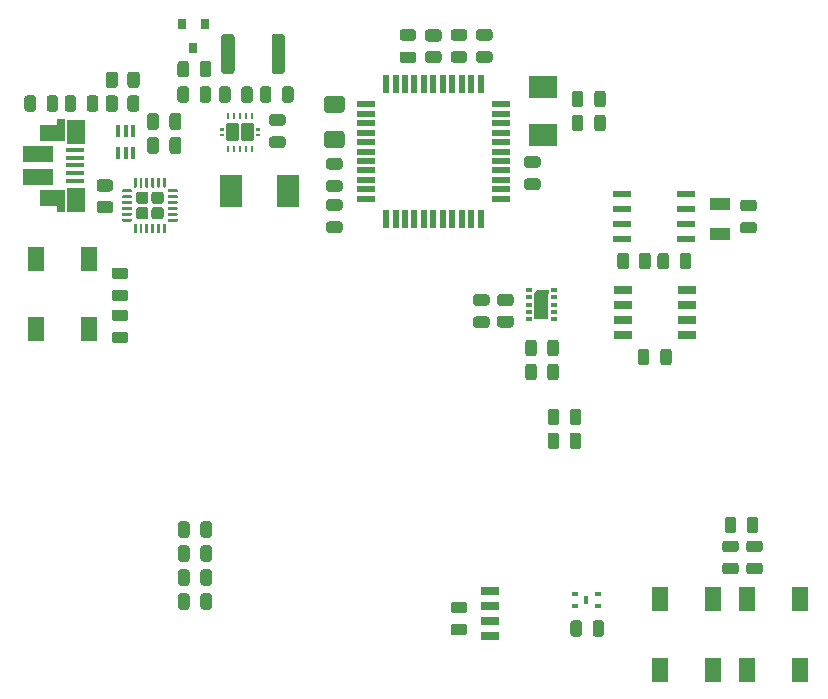
<source format=gtp>
G04 #@! TF.GenerationSoftware,KiCad,Pcbnew,(5.1.9)-1*
G04 #@! TF.CreationDate,2021-11-21T12:26:00+01:00*
G04 #@! TF.ProjectId,SmartSensor,536d6172-7453-4656-9e73-6f722e6b6963,1.3*
G04 #@! TF.SameCoordinates,Original*
G04 #@! TF.FileFunction,Paste,Top*
G04 #@! TF.FilePolarity,Positive*
%FSLAX46Y46*%
G04 Gerber Fmt 4.6, Leading zero omitted, Abs format (unit mm)*
G04 Created by KiCad (PCBNEW (5.1.9)-1) date 2021-11-21 12:26:00*
%MOMM*%
%LPD*%
G01*
G04 APERTURE LIST*
%ADD10R,1.500000X0.550000*%
%ADD11R,0.550000X1.500000*%
%ADD12R,0.400000X1.050000*%
%ADD13R,0.350000X0.800000*%
%ADD14R,0.500000X0.300000*%
%ADD15R,2.000000X1.350000*%
%ADD16R,0.700000X1.825000*%
%ADD17R,1.500000X2.000000*%
%ADD18R,1.650000X0.400000*%
%ADD19R,2.500000X1.430000*%
%ADD20R,1.903000X2.790000*%
%ADD21R,0.800000X0.900000*%
%ADD22R,0.240000X0.600000*%
%ADD23C,0.100000*%
%ADD24R,1.000000X0.300000*%
%ADD25R,1.300000X2.200000*%
%ADD26R,0.600000X0.400000*%
%ADD27R,1.550000X0.600000*%
%ADD28R,1.800000X1.000000*%
%ADD29R,1.500000X0.650000*%
%ADD30R,2.400000X1.900000*%
%ADD31R,1.600000X0.700000*%
%ADD32R,1.400000X2.100000*%
G04 APERTURE END LIST*
D10*
X204836000Y-97726000D03*
X204836000Y-96926000D03*
X204836000Y-96126000D03*
X204836000Y-95326000D03*
X204836000Y-94526000D03*
X204836000Y-93726000D03*
X204836000Y-92926000D03*
X204836000Y-92126000D03*
X204836000Y-91326000D03*
X204836000Y-90526000D03*
X204836000Y-89726000D03*
D11*
X203136000Y-88026000D03*
X202336000Y-88026000D03*
X201536000Y-88026000D03*
X200736000Y-88026000D03*
X199936000Y-88026000D03*
X199136000Y-88026000D03*
X198336000Y-88026000D03*
X197536000Y-88026000D03*
X196736000Y-88026000D03*
X195936000Y-88026000D03*
X195136000Y-88026000D03*
D10*
X193436000Y-89726000D03*
X193436000Y-90526000D03*
X193436000Y-91326000D03*
X193436000Y-92126000D03*
X193436000Y-92926000D03*
X193436000Y-93726000D03*
X193436000Y-94526000D03*
X193436000Y-95326000D03*
X193436000Y-96126000D03*
X193436000Y-96926000D03*
X193436000Y-97726000D03*
D11*
X195136000Y-99426000D03*
X195936000Y-99426000D03*
X196736000Y-99426000D03*
X197536000Y-99426000D03*
X198336000Y-99426000D03*
X199136000Y-99426000D03*
X199936000Y-99426000D03*
X200736000Y-99426000D03*
X201536000Y-99426000D03*
X202336000Y-99426000D03*
X203136000Y-99426000D03*
D12*
X173736000Y-91953000D03*
X173086000Y-91953000D03*
X172436000Y-91953000D03*
X172436000Y-93853000D03*
X173086000Y-93853000D03*
X173736000Y-93853000D03*
G36*
G01*
X226770250Y-127644500D02*
X225857750Y-127644500D01*
G75*
G02*
X225614000Y-127400750I0J243750D01*
G01*
X225614000Y-126913250D01*
G75*
G02*
X225857750Y-126669500I243750J0D01*
G01*
X226770250Y-126669500D01*
G75*
G02*
X227014000Y-126913250I0J-243750D01*
G01*
X227014000Y-127400750D01*
G75*
G02*
X226770250Y-127644500I-243750J0D01*
G01*
G37*
G36*
G01*
X226770250Y-129519500D02*
X225857750Y-129519500D01*
G75*
G02*
X225614000Y-129275750I0J243750D01*
G01*
X225614000Y-128788250D01*
G75*
G02*
X225857750Y-128544500I243750J0D01*
G01*
X226770250Y-128544500D01*
G75*
G02*
X227014000Y-128788250I0J-243750D01*
G01*
X227014000Y-129275750D01*
G75*
G02*
X226770250Y-129519500I-243750J0D01*
G01*
G37*
G36*
G01*
X191210250Y-100612000D02*
X190297750Y-100612000D01*
G75*
G02*
X190054000Y-100368250I0J243750D01*
G01*
X190054000Y-99880750D01*
G75*
G02*
X190297750Y-99637000I243750J0D01*
G01*
X191210250Y-99637000D01*
G75*
G02*
X191454000Y-99880750I0J-243750D01*
G01*
X191454000Y-100368250D01*
G75*
G02*
X191210250Y-100612000I-243750J0D01*
G01*
G37*
G36*
G01*
X191210250Y-98737000D02*
X190297750Y-98737000D01*
G75*
G02*
X190054000Y-98493250I0J243750D01*
G01*
X190054000Y-98005750D01*
G75*
G02*
X190297750Y-97762000I243750J0D01*
G01*
X191210250Y-97762000D01*
G75*
G02*
X191454000Y-98005750I0J-243750D01*
G01*
X191454000Y-98493250D01*
G75*
G02*
X191210250Y-98737000I-243750J0D01*
G01*
G37*
G36*
G01*
X187304500Y-88443750D02*
X187304500Y-89356250D01*
G75*
G02*
X187060750Y-89600000I-243750J0D01*
G01*
X186573250Y-89600000D01*
G75*
G02*
X186329500Y-89356250I0J243750D01*
G01*
X186329500Y-88443750D01*
G75*
G02*
X186573250Y-88200000I243750J0D01*
G01*
X187060750Y-88200000D01*
G75*
G02*
X187304500Y-88443750I0J-243750D01*
G01*
G37*
G36*
G01*
X185429500Y-88443750D02*
X185429500Y-89356250D01*
G75*
G02*
X185185750Y-89600000I-243750J0D01*
G01*
X184698250Y-89600000D01*
G75*
G02*
X184454500Y-89356250I0J243750D01*
G01*
X184454500Y-88443750D01*
G75*
G02*
X184698250Y-88200000I243750J0D01*
G01*
X185185750Y-88200000D01*
G75*
G02*
X185429500Y-88443750I0J-243750D01*
G01*
G37*
G36*
G01*
X178444500Y-88443750D02*
X178444500Y-89356250D01*
G75*
G02*
X178200750Y-89600000I-243750J0D01*
G01*
X177713250Y-89600000D01*
G75*
G02*
X177469500Y-89356250I0J243750D01*
G01*
X177469500Y-88443750D01*
G75*
G02*
X177713250Y-88200000I243750J0D01*
G01*
X178200750Y-88200000D01*
G75*
G02*
X178444500Y-88443750I0J-243750D01*
G01*
G37*
G36*
G01*
X180319500Y-88443750D02*
X180319500Y-89356250D01*
G75*
G02*
X180075750Y-89600000I-243750J0D01*
G01*
X179588250Y-89600000D01*
G75*
G02*
X179344500Y-89356250I0J243750D01*
G01*
X179344500Y-88443750D01*
G75*
G02*
X179588250Y-88200000I243750J0D01*
G01*
X180075750Y-88200000D01*
G75*
G02*
X180319500Y-88443750I0J-243750D01*
G01*
G37*
G36*
G01*
X180995500Y-89356250D02*
X180995500Y-88443750D01*
G75*
G02*
X181239250Y-88200000I243750J0D01*
G01*
X181726750Y-88200000D01*
G75*
G02*
X181970500Y-88443750I0J-243750D01*
G01*
X181970500Y-89356250D01*
G75*
G02*
X181726750Y-89600000I-243750J0D01*
G01*
X181239250Y-89600000D01*
G75*
G02*
X180995500Y-89356250I0J243750D01*
G01*
G37*
G36*
G01*
X182870500Y-89356250D02*
X182870500Y-88443750D01*
G75*
G02*
X183114250Y-88200000I243750J0D01*
G01*
X183601750Y-88200000D01*
G75*
G02*
X183845500Y-88443750I0J-243750D01*
G01*
X183845500Y-89356250D01*
G75*
G02*
X183601750Y-89600000I-243750J0D01*
G01*
X183114250Y-89600000D01*
G75*
G02*
X182870500Y-89356250I0J243750D01*
G01*
G37*
G36*
G01*
X207878500Y-109906750D02*
X207878500Y-110819250D01*
G75*
G02*
X207634750Y-111063000I-243750J0D01*
G01*
X207147250Y-111063000D01*
G75*
G02*
X206903500Y-110819250I0J243750D01*
G01*
X206903500Y-109906750D01*
G75*
G02*
X207147250Y-109663000I243750J0D01*
G01*
X207634750Y-109663000D01*
G75*
G02*
X207878500Y-109906750I0J-243750D01*
G01*
G37*
G36*
G01*
X209753500Y-109906750D02*
X209753500Y-110819250D01*
G75*
G02*
X209509750Y-111063000I-243750J0D01*
G01*
X209022250Y-111063000D01*
G75*
G02*
X208778500Y-110819250I0J243750D01*
G01*
X208778500Y-109906750D01*
G75*
G02*
X209022250Y-109663000I243750J0D01*
G01*
X209509750Y-109663000D01*
G75*
G02*
X209753500Y-109906750I0J-243750D01*
G01*
G37*
G36*
G01*
X209753500Y-111938750D02*
X209753500Y-112851250D01*
G75*
G02*
X209509750Y-113095000I-243750J0D01*
G01*
X209022250Y-113095000D01*
G75*
G02*
X208778500Y-112851250I0J243750D01*
G01*
X208778500Y-111938750D01*
G75*
G02*
X209022250Y-111695000I243750J0D01*
G01*
X209509750Y-111695000D01*
G75*
G02*
X209753500Y-111938750I0J-243750D01*
G01*
G37*
G36*
G01*
X207878500Y-111938750D02*
X207878500Y-112851250D01*
G75*
G02*
X207634750Y-113095000I-243750J0D01*
G01*
X207147250Y-113095000D01*
G75*
G02*
X206903500Y-112851250I0J243750D01*
G01*
X206903500Y-111938750D01*
G75*
G02*
X207147250Y-111695000I243750J0D01*
G01*
X207634750Y-111695000D01*
G75*
G02*
X207878500Y-111938750I0J-243750D01*
G01*
G37*
G36*
G01*
X211718500Y-133655750D02*
X211718500Y-134568250D01*
G75*
G02*
X211474750Y-134812000I-243750J0D01*
G01*
X210987250Y-134812000D01*
G75*
G02*
X210743500Y-134568250I0J243750D01*
G01*
X210743500Y-133655750D01*
G75*
G02*
X210987250Y-133412000I243750J0D01*
G01*
X211474750Y-133412000D01*
G75*
G02*
X211718500Y-133655750I0J-243750D01*
G01*
G37*
G36*
G01*
X213593500Y-133655750D02*
X213593500Y-134568250D01*
G75*
G02*
X213349750Y-134812000I-243750J0D01*
G01*
X212862250Y-134812000D01*
G75*
G02*
X212618500Y-134568250I0J243750D01*
G01*
X212618500Y-133655750D01*
G75*
G02*
X212862250Y-133412000I243750J0D01*
G01*
X213349750Y-133412000D01*
G75*
G02*
X213593500Y-133655750I0J-243750D01*
G01*
G37*
G36*
G01*
X200838750Y-133721500D02*
X201751250Y-133721500D01*
G75*
G02*
X201995000Y-133965250I0J-243750D01*
G01*
X201995000Y-134452750D01*
G75*
G02*
X201751250Y-134696500I-243750J0D01*
G01*
X200838750Y-134696500D01*
G75*
G02*
X200595000Y-134452750I0J243750D01*
G01*
X200595000Y-133965250D01*
G75*
G02*
X200838750Y-133721500I243750J0D01*
G01*
G37*
G36*
G01*
X200838750Y-131846500D02*
X201751250Y-131846500D01*
G75*
G02*
X201995000Y-132090250I0J-243750D01*
G01*
X201995000Y-132577750D01*
G75*
G02*
X201751250Y-132821500I-243750J0D01*
G01*
X200838750Y-132821500D01*
G75*
G02*
X200595000Y-132577750I0J243750D01*
G01*
X200595000Y-132090250D01*
G75*
G02*
X200838750Y-131846500I243750J0D01*
G01*
G37*
G36*
G01*
X212745500Y-89737250D02*
X212745500Y-88824750D01*
G75*
G02*
X212989250Y-88581000I243750J0D01*
G01*
X213476750Y-88581000D01*
G75*
G02*
X213720500Y-88824750I0J-243750D01*
G01*
X213720500Y-89737250D01*
G75*
G02*
X213476750Y-89981000I-243750J0D01*
G01*
X212989250Y-89981000D01*
G75*
G02*
X212745500Y-89737250I0J243750D01*
G01*
G37*
G36*
G01*
X210870500Y-89737250D02*
X210870500Y-88824750D01*
G75*
G02*
X211114250Y-88581000I243750J0D01*
G01*
X211601750Y-88581000D01*
G75*
G02*
X211845500Y-88824750I0J-243750D01*
G01*
X211845500Y-89737250D01*
G75*
G02*
X211601750Y-89981000I-243750J0D01*
G01*
X211114250Y-89981000D01*
G75*
G02*
X210870500Y-89737250I0J243750D01*
G01*
G37*
G36*
G01*
X223794500Y-125805250D02*
X223794500Y-124892750D01*
G75*
G02*
X224038250Y-124649000I243750J0D01*
G01*
X224525750Y-124649000D01*
G75*
G02*
X224769500Y-124892750I0J-243750D01*
G01*
X224769500Y-125805250D01*
G75*
G02*
X224525750Y-126049000I-243750J0D01*
G01*
X224038250Y-126049000D01*
G75*
G02*
X223794500Y-125805250I0J243750D01*
G01*
G37*
G36*
G01*
X225669500Y-125805250D02*
X225669500Y-124892750D01*
G75*
G02*
X225913250Y-124649000I243750J0D01*
G01*
X226400750Y-124649000D01*
G75*
G02*
X226644500Y-124892750I0J-243750D01*
G01*
X226644500Y-125805250D01*
G75*
G02*
X226400750Y-126049000I-243750J0D01*
G01*
X225913250Y-126049000D01*
G75*
G02*
X225669500Y-125805250I0J243750D01*
G01*
G37*
G36*
G01*
X210870500Y-91769250D02*
X210870500Y-90856750D01*
G75*
G02*
X211114250Y-90613000I243750J0D01*
G01*
X211601750Y-90613000D01*
G75*
G02*
X211845500Y-90856750I0J-243750D01*
G01*
X211845500Y-91769250D01*
G75*
G02*
X211601750Y-92013000I-243750J0D01*
G01*
X211114250Y-92013000D01*
G75*
G02*
X210870500Y-91769250I0J243750D01*
G01*
G37*
G36*
G01*
X212745500Y-91769250D02*
X212745500Y-90856750D01*
G75*
G02*
X212989250Y-90613000I243750J0D01*
G01*
X213476750Y-90613000D01*
G75*
G02*
X213720500Y-90856750I0J-243750D01*
G01*
X213720500Y-91769250D01*
G75*
G02*
X213476750Y-92013000I-243750J0D01*
G01*
X212989250Y-92013000D01*
G75*
G02*
X212745500Y-91769250I0J243750D01*
G01*
G37*
G36*
G01*
X207061750Y-94127500D02*
X207974250Y-94127500D01*
G75*
G02*
X208218000Y-94371250I0J-243750D01*
G01*
X208218000Y-94858750D01*
G75*
G02*
X207974250Y-95102500I-243750J0D01*
G01*
X207061750Y-95102500D01*
G75*
G02*
X206818000Y-94858750I0J243750D01*
G01*
X206818000Y-94371250D01*
G75*
G02*
X207061750Y-94127500I243750J0D01*
G01*
G37*
G36*
G01*
X207061750Y-96002500D02*
X207974250Y-96002500D01*
G75*
G02*
X208218000Y-96246250I0J-243750D01*
G01*
X208218000Y-96733750D01*
G75*
G02*
X207974250Y-96977500I-243750J0D01*
G01*
X207061750Y-96977500D01*
G75*
G02*
X206818000Y-96733750I0J243750D01*
G01*
X206818000Y-96246250D01*
G75*
G02*
X207061750Y-96002500I243750J0D01*
G01*
G37*
G36*
G01*
X190297750Y-96159500D02*
X191210250Y-96159500D01*
G75*
G02*
X191454000Y-96403250I0J-243750D01*
G01*
X191454000Y-96890750D01*
G75*
G02*
X191210250Y-97134500I-243750J0D01*
G01*
X190297750Y-97134500D01*
G75*
G02*
X190054000Y-96890750I0J243750D01*
G01*
X190054000Y-96403250D01*
G75*
G02*
X190297750Y-96159500I243750J0D01*
G01*
G37*
G36*
G01*
X190297750Y-94284500D02*
X191210250Y-94284500D01*
G75*
G02*
X191454000Y-94528250I0J-243750D01*
G01*
X191454000Y-95015750D01*
G75*
G02*
X191210250Y-95259500I-243750J0D01*
G01*
X190297750Y-95259500D01*
G75*
G02*
X190054000Y-95015750I0J243750D01*
G01*
X190054000Y-94528250D01*
G75*
G02*
X190297750Y-94284500I243750J0D01*
G01*
G37*
G36*
G01*
X219984500Y-103453250D02*
X219984500Y-102540750D01*
G75*
G02*
X220228250Y-102297000I243750J0D01*
G01*
X220715750Y-102297000D01*
G75*
G02*
X220959500Y-102540750I0J-243750D01*
G01*
X220959500Y-103453250D01*
G75*
G02*
X220715750Y-103697000I-243750J0D01*
G01*
X220228250Y-103697000D01*
G75*
G02*
X219984500Y-103453250I0J243750D01*
G01*
G37*
G36*
G01*
X218109500Y-103453250D02*
X218109500Y-102540750D01*
G75*
G02*
X218353250Y-102297000I243750J0D01*
G01*
X218840750Y-102297000D01*
G75*
G02*
X219084500Y-102540750I0J-243750D01*
G01*
X219084500Y-103453250D01*
G75*
G02*
X218840750Y-103697000I-243750J0D01*
G01*
X218353250Y-103697000D01*
G75*
G02*
X218109500Y-103453250I0J243750D01*
G01*
G37*
G36*
G01*
X179408000Y-130250250D02*
X179408000Y-129337750D01*
G75*
G02*
X179651750Y-129094000I243750J0D01*
G01*
X180139250Y-129094000D01*
G75*
G02*
X180383000Y-129337750I0J-243750D01*
G01*
X180383000Y-130250250D01*
G75*
G02*
X180139250Y-130494000I-243750J0D01*
G01*
X179651750Y-130494000D01*
G75*
G02*
X179408000Y-130250250I0J243750D01*
G01*
G37*
G36*
G01*
X177533000Y-130250250D02*
X177533000Y-129337750D01*
G75*
G02*
X177776750Y-129094000I243750J0D01*
G01*
X178264250Y-129094000D01*
G75*
G02*
X178508000Y-129337750I0J-243750D01*
G01*
X178508000Y-130250250D01*
G75*
G02*
X178264250Y-130494000I-243750J0D01*
G01*
X177776750Y-130494000D01*
G75*
G02*
X177533000Y-130250250I0J243750D01*
G01*
G37*
G36*
G01*
X177533000Y-128218250D02*
X177533000Y-127305750D01*
G75*
G02*
X177776750Y-127062000I243750J0D01*
G01*
X178264250Y-127062000D01*
G75*
G02*
X178508000Y-127305750I0J-243750D01*
G01*
X178508000Y-128218250D01*
G75*
G02*
X178264250Y-128462000I-243750J0D01*
G01*
X177776750Y-128462000D01*
G75*
G02*
X177533000Y-128218250I0J243750D01*
G01*
G37*
G36*
G01*
X179408000Y-128218250D02*
X179408000Y-127305750D01*
G75*
G02*
X179651750Y-127062000I243750J0D01*
G01*
X180139250Y-127062000D01*
G75*
G02*
X180383000Y-127305750I0J-243750D01*
G01*
X180383000Y-128218250D01*
G75*
G02*
X180139250Y-128462000I-243750J0D01*
G01*
X179651750Y-128462000D01*
G75*
G02*
X179408000Y-128218250I0J243750D01*
G01*
G37*
G36*
G01*
X177533000Y-126186250D02*
X177533000Y-125273750D01*
G75*
G02*
X177776750Y-125030000I243750J0D01*
G01*
X178264250Y-125030000D01*
G75*
G02*
X178508000Y-125273750I0J-243750D01*
G01*
X178508000Y-126186250D01*
G75*
G02*
X178264250Y-126430000I-243750J0D01*
G01*
X177776750Y-126430000D01*
G75*
G02*
X177533000Y-126186250I0J243750D01*
G01*
G37*
G36*
G01*
X179408000Y-126186250D02*
X179408000Y-125273750D01*
G75*
G02*
X179651750Y-125030000I243750J0D01*
G01*
X180139250Y-125030000D01*
G75*
G02*
X180383000Y-125273750I0J-243750D01*
G01*
X180383000Y-126186250D01*
G75*
G02*
X180139250Y-126430000I-243750J0D01*
G01*
X179651750Y-126430000D01*
G75*
G02*
X179408000Y-126186250I0J243750D01*
G01*
G37*
G36*
G01*
X178444500Y-86284750D02*
X178444500Y-87197250D01*
G75*
G02*
X178200750Y-87441000I-243750J0D01*
G01*
X177713250Y-87441000D01*
G75*
G02*
X177469500Y-87197250I0J243750D01*
G01*
X177469500Y-86284750D01*
G75*
G02*
X177713250Y-86041000I243750J0D01*
G01*
X178200750Y-86041000D01*
G75*
G02*
X178444500Y-86284750I0J-243750D01*
G01*
G37*
G36*
G01*
X180319500Y-86284750D02*
X180319500Y-87197250D01*
G75*
G02*
X180075750Y-87441000I-243750J0D01*
G01*
X179588250Y-87441000D01*
G75*
G02*
X179344500Y-87197250I0J243750D01*
G01*
X179344500Y-86284750D01*
G75*
G02*
X179588250Y-86041000I243750J0D01*
G01*
X180075750Y-86041000D01*
G75*
G02*
X180319500Y-86284750I0J-243750D01*
G01*
G37*
G36*
G01*
X224738250Y-129519500D02*
X223825750Y-129519500D01*
G75*
G02*
X223582000Y-129275750I0J243750D01*
G01*
X223582000Y-128788250D01*
G75*
G02*
X223825750Y-128544500I243750J0D01*
G01*
X224738250Y-128544500D01*
G75*
G02*
X224982000Y-128788250I0J-243750D01*
G01*
X224982000Y-129275750D01*
G75*
G02*
X224738250Y-129519500I-243750J0D01*
G01*
G37*
G36*
G01*
X224738250Y-127644500D02*
X223825750Y-127644500D01*
G75*
G02*
X223582000Y-127400750I0J243750D01*
G01*
X223582000Y-126913250D01*
G75*
G02*
X223825750Y-126669500I243750J0D01*
G01*
X224738250Y-126669500D01*
G75*
G02*
X224982000Y-126913250I0J-243750D01*
G01*
X224982000Y-127400750D01*
G75*
G02*
X224738250Y-127644500I-243750J0D01*
G01*
G37*
G36*
G01*
X203910250Y-84337500D02*
X202997750Y-84337500D01*
G75*
G02*
X202754000Y-84093750I0J243750D01*
G01*
X202754000Y-83606250D01*
G75*
G02*
X202997750Y-83362500I243750J0D01*
G01*
X203910250Y-83362500D01*
G75*
G02*
X204154000Y-83606250I0J-243750D01*
G01*
X204154000Y-84093750D01*
G75*
G02*
X203910250Y-84337500I-243750J0D01*
G01*
G37*
G36*
G01*
X203910250Y-86212500D02*
X202997750Y-86212500D01*
G75*
G02*
X202754000Y-85968750I0J243750D01*
G01*
X202754000Y-85481250D01*
G75*
G02*
X202997750Y-85237500I243750J0D01*
G01*
X203910250Y-85237500D01*
G75*
G02*
X204154000Y-85481250I0J-243750D01*
G01*
X204154000Y-85968750D01*
G75*
G02*
X203910250Y-86212500I-243750J0D01*
G01*
G37*
G36*
G01*
X172136750Y-103555500D02*
X173049250Y-103555500D01*
G75*
G02*
X173293000Y-103799250I0J-243750D01*
G01*
X173293000Y-104286750D01*
G75*
G02*
X173049250Y-104530500I-243750J0D01*
G01*
X172136750Y-104530500D01*
G75*
G02*
X171893000Y-104286750I0J243750D01*
G01*
X171893000Y-103799250D01*
G75*
G02*
X172136750Y-103555500I243750J0D01*
G01*
G37*
G36*
G01*
X172136750Y-105430500D02*
X173049250Y-105430500D01*
G75*
G02*
X173293000Y-105674250I0J-243750D01*
G01*
X173293000Y-106161750D01*
G75*
G02*
X173049250Y-106405500I-243750J0D01*
G01*
X172136750Y-106405500D01*
G75*
G02*
X171893000Y-106161750I0J243750D01*
G01*
X171893000Y-105674250D01*
G75*
G02*
X172136750Y-105430500I243750J0D01*
G01*
G37*
G36*
G01*
X225349750Y-97810500D02*
X226262250Y-97810500D01*
G75*
G02*
X226506000Y-98054250I0J-243750D01*
G01*
X226506000Y-98541750D01*
G75*
G02*
X226262250Y-98785500I-243750J0D01*
G01*
X225349750Y-98785500D01*
G75*
G02*
X225106000Y-98541750I0J243750D01*
G01*
X225106000Y-98054250D01*
G75*
G02*
X225349750Y-97810500I243750J0D01*
G01*
G37*
G36*
G01*
X225349750Y-99685500D02*
X226262250Y-99685500D01*
G75*
G02*
X226506000Y-99929250I0J-243750D01*
G01*
X226506000Y-100416750D01*
G75*
G02*
X226262250Y-100660500I-243750J0D01*
G01*
X225349750Y-100660500D01*
G75*
G02*
X225106000Y-100416750I0J243750D01*
G01*
X225106000Y-99929250D01*
G75*
G02*
X225349750Y-99685500I243750J0D01*
G01*
G37*
G36*
G01*
X186574500Y-84020997D02*
X186574500Y-86921003D01*
G75*
G02*
X186324503Y-87171000I-249997J0D01*
G01*
X185699497Y-87171000D01*
G75*
G02*
X185449500Y-86921003I0J249997D01*
G01*
X185449500Y-84020997D01*
G75*
G02*
X185699497Y-83771000I249997J0D01*
G01*
X186324503Y-83771000D01*
G75*
G02*
X186574500Y-84020997I0J-249997D01*
G01*
G37*
G36*
G01*
X182299500Y-84020997D02*
X182299500Y-86921003D01*
G75*
G02*
X182049503Y-87171000I-249997J0D01*
G01*
X181424497Y-87171000D01*
G75*
G02*
X181174500Y-86921003I0J249997D01*
G01*
X181174500Y-84020997D01*
G75*
G02*
X181424497Y-83771000I249997J0D01*
G01*
X182049503Y-83771000D01*
G75*
G02*
X182299500Y-84020997I0J-249997D01*
G01*
G37*
D13*
X212090000Y-131699000D03*
D14*
X211140000Y-132174000D03*
X213040000Y-131224000D03*
X213040000Y-132174000D03*
X211140000Y-131224000D03*
D15*
X166840000Y-97640000D03*
X166840000Y-92160000D03*
D16*
X167590000Y-91940000D03*
X167590000Y-97890000D03*
D17*
X168890000Y-92040000D03*
X168910000Y-97790000D03*
D18*
X168790000Y-93590000D03*
X168790000Y-94240000D03*
X168790000Y-94890000D03*
X168790000Y-95540000D03*
X168790000Y-96190000D03*
D19*
X165640000Y-93930000D03*
X165640000Y-95850000D03*
D20*
X186844000Y-97028000D03*
X181991000Y-97028000D03*
G36*
G01*
X190129000Y-89022500D02*
X191379000Y-89022500D01*
G75*
G02*
X191629000Y-89272500I0J-250000D01*
G01*
X191629000Y-90197500D01*
G75*
G02*
X191379000Y-90447500I-250000J0D01*
G01*
X190129000Y-90447500D01*
G75*
G02*
X189879000Y-90197500I0J250000D01*
G01*
X189879000Y-89272500D01*
G75*
G02*
X190129000Y-89022500I250000J0D01*
G01*
G37*
G36*
G01*
X190129000Y-91997500D02*
X191379000Y-91997500D01*
G75*
G02*
X191629000Y-92247500I0J-250000D01*
G01*
X191629000Y-93172500D01*
G75*
G02*
X191379000Y-93422500I-250000J0D01*
G01*
X190129000Y-93422500D01*
G75*
G02*
X189879000Y-93172500I0J250000D01*
G01*
X189879000Y-92247500D01*
G75*
G02*
X190129000Y-91997500I250000J0D01*
G01*
G37*
D21*
X178816000Y-84947000D03*
X177866000Y-82947000D03*
X179766000Y-82947000D03*
G36*
G01*
X169789500Y-90118250D02*
X169789500Y-89205750D01*
G75*
G02*
X170033250Y-88962000I243750J0D01*
G01*
X170520750Y-88962000D01*
G75*
G02*
X170764500Y-89205750I0J-243750D01*
G01*
X170764500Y-90118250D01*
G75*
G02*
X170520750Y-90362000I-243750J0D01*
G01*
X170033250Y-90362000D01*
G75*
G02*
X169789500Y-90118250I0J243750D01*
G01*
G37*
G36*
G01*
X167914500Y-90118250D02*
X167914500Y-89205750D01*
G75*
G02*
X168158250Y-88962000I243750J0D01*
G01*
X168645750Y-88962000D01*
G75*
G02*
X168889500Y-89205750I0J-243750D01*
G01*
X168889500Y-90118250D01*
G75*
G02*
X168645750Y-90362000I-243750J0D01*
G01*
X168158250Y-90362000D01*
G75*
G02*
X167914500Y-90118250I0J243750D01*
G01*
G37*
G36*
G01*
X164515500Y-90118250D02*
X164515500Y-89205750D01*
G75*
G02*
X164759250Y-88962000I243750J0D01*
G01*
X165246750Y-88962000D01*
G75*
G02*
X165490500Y-89205750I0J-243750D01*
G01*
X165490500Y-90118250D01*
G75*
G02*
X165246750Y-90362000I-243750J0D01*
G01*
X164759250Y-90362000D01*
G75*
G02*
X164515500Y-90118250I0J243750D01*
G01*
G37*
G36*
G01*
X166390500Y-90118250D02*
X166390500Y-89205750D01*
G75*
G02*
X166634250Y-88962000I243750J0D01*
G01*
X167121750Y-88962000D01*
G75*
G02*
X167365500Y-89205750I0J-243750D01*
G01*
X167365500Y-90118250D01*
G75*
G02*
X167121750Y-90362000I-243750J0D01*
G01*
X166634250Y-90362000D01*
G75*
G02*
X166390500Y-90118250I0J243750D01*
G01*
G37*
G36*
G01*
X185471750Y-92446500D02*
X186384250Y-92446500D01*
G75*
G02*
X186628000Y-92690250I0J-243750D01*
G01*
X186628000Y-93177750D01*
G75*
G02*
X186384250Y-93421500I-243750J0D01*
G01*
X185471750Y-93421500D01*
G75*
G02*
X185228000Y-93177750I0J243750D01*
G01*
X185228000Y-92690250D01*
G75*
G02*
X185471750Y-92446500I243750J0D01*
G01*
G37*
G36*
G01*
X185471750Y-90571500D02*
X186384250Y-90571500D01*
G75*
G02*
X186628000Y-90815250I0J-243750D01*
G01*
X186628000Y-91302750D01*
G75*
G02*
X186384250Y-91546500I-243750J0D01*
G01*
X185471750Y-91546500D01*
G75*
G02*
X185228000Y-91302750I0J243750D01*
G01*
X185228000Y-90815250D01*
G75*
G02*
X185471750Y-90571500I243750J0D01*
G01*
G37*
G36*
G01*
X208808500Y-116661250D02*
X208808500Y-115748750D01*
G75*
G02*
X209052250Y-115505000I243750J0D01*
G01*
X209539750Y-115505000D01*
G75*
G02*
X209783500Y-115748750I0J-243750D01*
G01*
X209783500Y-116661250D01*
G75*
G02*
X209539750Y-116905000I-243750J0D01*
G01*
X209052250Y-116905000D01*
G75*
G02*
X208808500Y-116661250I0J243750D01*
G01*
G37*
G36*
G01*
X210683500Y-116661250D02*
X210683500Y-115748750D01*
G75*
G02*
X210927250Y-115505000I243750J0D01*
G01*
X211414750Y-115505000D01*
G75*
G02*
X211658500Y-115748750I0J-243750D01*
G01*
X211658500Y-116661250D01*
G75*
G02*
X211414750Y-116905000I-243750J0D01*
G01*
X210927250Y-116905000D01*
G75*
G02*
X210683500Y-116661250I0J243750D01*
G01*
G37*
G36*
G01*
X196520750Y-85258300D02*
X197433250Y-85258300D01*
G75*
G02*
X197677000Y-85502050I0J-243750D01*
G01*
X197677000Y-85989550D01*
G75*
G02*
X197433250Y-86233300I-243750J0D01*
G01*
X196520750Y-86233300D01*
G75*
G02*
X196277000Y-85989550I0J243750D01*
G01*
X196277000Y-85502050D01*
G75*
G02*
X196520750Y-85258300I243750J0D01*
G01*
G37*
G36*
G01*
X196520750Y-83383300D02*
X197433250Y-83383300D01*
G75*
G02*
X197677000Y-83627050I0J-243750D01*
G01*
X197677000Y-84114550D01*
G75*
G02*
X197433250Y-84358300I-243750J0D01*
G01*
X196520750Y-84358300D01*
G75*
G02*
X196277000Y-84114550I0J243750D01*
G01*
X196277000Y-83627050D01*
G75*
G02*
X196520750Y-83383300I243750J0D01*
G01*
G37*
G36*
G01*
X210675400Y-118680550D02*
X210675400Y-117768050D01*
G75*
G02*
X210919150Y-117524300I243750J0D01*
G01*
X211406650Y-117524300D01*
G75*
G02*
X211650400Y-117768050I0J-243750D01*
G01*
X211650400Y-118680550D01*
G75*
G02*
X211406650Y-118924300I-243750J0D01*
G01*
X210919150Y-118924300D01*
G75*
G02*
X210675400Y-118680550I0J243750D01*
G01*
G37*
G36*
G01*
X208800400Y-118680550D02*
X208800400Y-117768050D01*
G75*
G02*
X209044150Y-117524300I243750J0D01*
G01*
X209531650Y-117524300D01*
G75*
G02*
X209775400Y-117768050I0J-243750D01*
G01*
X209775400Y-118680550D01*
G75*
G02*
X209531650Y-118924300I-243750J0D01*
G01*
X209044150Y-118924300D01*
G75*
G02*
X208800400Y-118680550I0J243750D01*
G01*
G37*
G36*
G01*
X172136750Y-107111500D02*
X173049250Y-107111500D01*
G75*
G02*
X173293000Y-107355250I0J-243750D01*
G01*
X173293000Y-107842750D01*
G75*
G02*
X173049250Y-108086500I-243750J0D01*
G01*
X172136750Y-108086500D01*
G75*
G02*
X171893000Y-107842750I0J243750D01*
G01*
X171893000Y-107355250D01*
G75*
G02*
X172136750Y-107111500I243750J0D01*
G01*
G37*
G36*
G01*
X172136750Y-108986500D02*
X173049250Y-108986500D01*
G75*
G02*
X173293000Y-109230250I0J-243750D01*
G01*
X173293000Y-109717750D01*
G75*
G02*
X173049250Y-109961500I-243750J0D01*
G01*
X172136750Y-109961500D01*
G75*
G02*
X171893000Y-109717750I0J243750D01*
G01*
X171893000Y-109230250D01*
G75*
G02*
X172136750Y-108986500I243750J0D01*
G01*
G37*
G36*
G01*
X183807000Y-92828000D02*
X182959000Y-92828000D01*
G75*
G02*
X182853000Y-92722000I0J106000D01*
G01*
X182853000Y-91434000D01*
G75*
G02*
X182959000Y-91328000I106000J0D01*
G01*
X183807000Y-91328000D01*
G75*
G02*
X183913000Y-91434000I0J-106000D01*
G01*
X183913000Y-92722000D01*
G75*
G02*
X183807000Y-92828000I-106000J0D01*
G01*
G37*
G36*
G01*
X182547000Y-92828000D02*
X181699000Y-92828000D01*
G75*
G02*
X181593000Y-92722000I0J106000D01*
G01*
X181593000Y-91434000D01*
G75*
G02*
X181699000Y-91328000I106000J0D01*
G01*
X182547000Y-91328000D01*
G75*
G02*
X182653000Y-91434000I0J-106000D01*
G01*
X182653000Y-92722000D01*
G75*
G02*
X182547000Y-92828000I-106000J0D01*
G01*
G37*
G36*
G01*
X181368000Y-92453000D02*
X181078000Y-92453000D01*
G75*
G02*
X181053000Y-92428000I0J25000D01*
G01*
X181053000Y-92228000D01*
G75*
G02*
X181078000Y-92203000I25000J0D01*
G01*
X181368000Y-92203000D01*
G75*
G02*
X181393000Y-92228000I0J-25000D01*
G01*
X181393000Y-92428000D01*
G75*
G02*
X181368000Y-92453000I-25000J0D01*
G01*
G37*
G36*
G01*
X181368000Y-91953000D02*
X181078000Y-91953000D01*
G75*
G02*
X181053000Y-91928000I0J25000D01*
G01*
X181053000Y-91728000D01*
G75*
G02*
X181078000Y-91703000I25000J0D01*
G01*
X181368000Y-91703000D01*
G75*
G02*
X181393000Y-91728000I0J-25000D01*
G01*
X181393000Y-91928000D01*
G75*
G02*
X181368000Y-91953000I-25000J0D01*
G01*
G37*
G36*
G01*
X184428000Y-92453000D02*
X184138000Y-92453000D01*
G75*
G02*
X184113000Y-92428000I0J25000D01*
G01*
X184113000Y-92228000D01*
G75*
G02*
X184138000Y-92203000I25000J0D01*
G01*
X184428000Y-92203000D01*
G75*
G02*
X184453000Y-92228000I0J-25000D01*
G01*
X184453000Y-92428000D01*
G75*
G02*
X184428000Y-92453000I-25000J0D01*
G01*
G37*
G36*
G01*
X184428000Y-91953000D02*
X184138000Y-91953000D01*
G75*
G02*
X184113000Y-91928000I0J25000D01*
G01*
X184113000Y-91728000D01*
G75*
G02*
X184138000Y-91703000I25000J0D01*
G01*
X184428000Y-91703000D01*
G75*
G02*
X184453000Y-91728000I0J-25000D01*
G01*
X184453000Y-91928000D01*
G75*
G02*
X184428000Y-91953000I-25000J0D01*
G01*
G37*
D22*
X181753000Y-93478000D03*
X182253000Y-93478000D03*
X182753000Y-93478000D03*
X183253000Y-93478000D03*
X183753000Y-93478000D03*
X183753000Y-90678000D03*
X183253000Y-90678000D03*
X182753000Y-90678000D03*
X182253000Y-90678000D03*
X181753000Y-90678000D03*
D23*
G36*
X207630000Y-105730000D02*
G01*
X207930000Y-105430000D01*
X208630000Y-105430000D01*
X208930000Y-105730000D01*
X207630000Y-105730000D01*
G37*
D24*
X208430000Y-105580000D03*
D25*
X208280000Y-106830000D03*
D26*
X209330000Y-107880000D03*
X209330000Y-107280000D03*
X209330000Y-105480000D03*
X209330000Y-106080000D03*
X207230000Y-107880000D03*
X207230000Y-105480000D03*
X207230000Y-106080000D03*
X207230000Y-106680000D03*
X207230000Y-107280000D03*
X209330000Y-106680000D03*
D27*
X220505000Y-101092000D03*
X220505000Y-99822000D03*
X220505000Y-98552000D03*
X220505000Y-97282000D03*
X215105000Y-97282000D03*
X215105000Y-98552000D03*
X215105000Y-99822000D03*
X215105000Y-101092000D03*
D28*
X223393000Y-100671000D03*
X223393000Y-98171000D03*
G36*
G01*
X216458500Y-111581250D02*
X216458500Y-110668750D01*
G75*
G02*
X216702250Y-110425000I243750J0D01*
G01*
X217189750Y-110425000D01*
G75*
G02*
X217433500Y-110668750I0J-243750D01*
G01*
X217433500Y-111581250D01*
G75*
G02*
X217189750Y-111825000I-243750J0D01*
G01*
X216702250Y-111825000D01*
G75*
G02*
X216458500Y-111581250I0J243750D01*
G01*
G37*
G36*
G01*
X218333500Y-111581250D02*
X218333500Y-110668750D01*
G75*
G02*
X218577250Y-110425000I243750J0D01*
G01*
X219064750Y-110425000D01*
G75*
G02*
X219308500Y-110668750I0J-243750D01*
G01*
X219308500Y-111581250D01*
G75*
G02*
X219064750Y-111825000I-243750J0D01*
G01*
X218577250Y-111825000D01*
G75*
G02*
X218333500Y-111581250I0J243750D01*
G01*
G37*
D29*
X220632000Y-109220000D03*
X220632000Y-107950000D03*
X220632000Y-106680000D03*
X220632000Y-105410000D03*
X215232000Y-105410000D03*
X215232000Y-106680000D03*
X215232000Y-107950000D03*
X215232000Y-109220000D03*
D30*
X208407000Y-88229000D03*
X208407000Y-92329000D03*
D31*
X203962000Y-130937000D03*
X203962000Y-132207000D03*
X203962000Y-133477000D03*
X203962000Y-134747000D03*
D32*
X230215000Y-131620000D03*
X230215000Y-137620000D03*
X225715000Y-131620000D03*
X225715000Y-137620000D03*
X170017000Y-102791000D03*
X170017000Y-108791000D03*
X165517000Y-102791000D03*
X165517000Y-108791000D03*
X222849000Y-131620000D03*
X222849000Y-137620000D03*
X218349000Y-131620000D03*
X218349000Y-137620000D03*
G36*
G01*
X201751250Y-86212500D02*
X200838750Y-86212500D01*
G75*
G02*
X200595000Y-85968750I0J243750D01*
G01*
X200595000Y-85481250D01*
G75*
G02*
X200838750Y-85237500I243750J0D01*
G01*
X201751250Y-85237500D01*
G75*
G02*
X201995000Y-85481250I0J-243750D01*
G01*
X201995000Y-85968750D01*
G75*
G02*
X201751250Y-86212500I-243750J0D01*
G01*
G37*
G36*
G01*
X201751250Y-84337500D02*
X200838750Y-84337500D01*
G75*
G02*
X200595000Y-84093750I0J243750D01*
G01*
X200595000Y-83606250D01*
G75*
G02*
X200838750Y-83362500I243750J0D01*
G01*
X201751250Y-83362500D01*
G75*
G02*
X201995000Y-83606250I0J-243750D01*
G01*
X201995000Y-84093750D01*
G75*
G02*
X201751250Y-84337500I-243750J0D01*
G01*
G37*
G36*
G01*
X198685998Y-83387500D02*
X199586002Y-83387500D01*
G75*
G02*
X199836000Y-83637498I0J-249998D01*
G01*
X199836000Y-84162502D01*
G75*
G02*
X199586002Y-84412500I-249998J0D01*
G01*
X198685998Y-84412500D01*
G75*
G02*
X198436000Y-84162502I0J249998D01*
G01*
X198436000Y-83637498D01*
G75*
G02*
X198685998Y-83387500I249998J0D01*
G01*
G37*
G36*
G01*
X198685998Y-85212500D02*
X199586002Y-85212500D01*
G75*
G02*
X199836000Y-85462498I0J-249998D01*
G01*
X199836000Y-85987502D01*
G75*
G02*
X199586002Y-86237500I-249998J0D01*
G01*
X198685998Y-86237500D01*
G75*
G02*
X198436000Y-85987502I0J249998D01*
G01*
X198436000Y-85462498D01*
G75*
G02*
X198685998Y-85212500I249998J0D01*
G01*
G37*
G36*
G01*
X215714000Y-102546998D02*
X215714000Y-103447002D01*
G75*
G02*
X215464002Y-103697000I-249998J0D01*
G01*
X214938998Y-103697000D01*
G75*
G02*
X214689000Y-103447002I0J249998D01*
G01*
X214689000Y-102546998D01*
G75*
G02*
X214938998Y-102297000I249998J0D01*
G01*
X215464002Y-102297000D01*
G75*
G02*
X215714000Y-102546998I0J-249998D01*
G01*
G37*
G36*
G01*
X217539000Y-102546998D02*
X217539000Y-103447002D01*
G75*
G02*
X217289002Y-103697000I-249998J0D01*
G01*
X216763998Y-103697000D01*
G75*
G02*
X216514000Y-103447002I0J249998D01*
G01*
X216514000Y-102546998D01*
G75*
G02*
X216763998Y-102297000I249998J0D01*
G01*
X217289002Y-102297000D01*
G75*
G02*
X217539000Y-102546998I0J-249998D01*
G01*
G37*
G36*
G01*
X174892000Y-93693000D02*
X174892000Y-92743000D01*
G75*
G02*
X175142000Y-92493000I250000J0D01*
G01*
X175642000Y-92493000D01*
G75*
G02*
X175892000Y-92743000I0J-250000D01*
G01*
X175892000Y-93693000D01*
G75*
G02*
X175642000Y-93943000I-250000J0D01*
G01*
X175142000Y-93943000D01*
G75*
G02*
X174892000Y-93693000I0J250000D01*
G01*
G37*
G36*
G01*
X176792000Y-93693000D02*
X176792000Y-92743000D01*
G75*
G02*
X177042000Y-92493000I250000J0D01*
G01*
X177542000Y-92493000D01*
G75*
G02*
X177792000Y-92743000I0J-250000D01*
G01*
X177792000Y-93693000D01*
G75*
G02*
X177542000Y-93943000I-250000J0D01*
G01*
X177042000Y-93943000D01*
G75*
G02*
X176792000Y-93693000I0J250000D01*
G01*
G37*
G36*
G01*
X176787000Y-91661000D02*
X176787000Y-90711000D01*
G75*
G02*
X177037000Y-90461000I250000J0D01*
G01*
X177537000Y-90461000D01*
G75*
G02*
X177787000Y-90711000I0J-250000D01*
G01*
X177787000Y-91661000D01*
G75*
G02*
X177537000Y-91911000I-250000J0D01*
G01*
X177037000Y-91911000D01*
G75*
G02*
X176787000Y-91661000I0J250000D01*
G01*
G37*
G36*
G01*
X174887000Y-91661000D02*
X174887000Y-90711000D01*
G75*
G02*
X175137000Y-90461000I250000J0D01*
G01*
X175637000Y-90461000D01*
G75*
G02*
X175887000Y-90711000I0J-250000D01*
G01*
X175887000Y-91661000D01*
G75*
G02*
X175637000Y-91911000I-250000J0D01*
G01*
X175137000Y-91911000D01*
G75*
G02*
X174887000Y-91661000I0J250000D01*
G01*
G37*
G36*
G01*
X180383000Y-131369750D02*
X180383000Y-132282250D01*
G75*
G02*
X180139250Y-132526000I-243750J0D01*
G01*
X179651750Y-132526000D01*
G75*
G02*
X179408000Y-132282250I0J243750D01*
G01*
X179408000Y-131369750D01*
G75*
G02*
X179651750Y-131126000I243750J0D01*
G01*
X180139250Y-131126000D01*
G75*
G02*
X180383000Y-131369750I0J-243750D01*
G01*
G37*
G36*
G01*
X178508000Y-131369750D02*
X178508000Y-132282250D01*
G75*
G02*
X178264250Y-132526000I-243750J0D01*
G01*
X177776750Y-132526000D01*
G75*
G02*
X177533000Y-132282250I0J243750D01*
G01*
X177533000Y-131369750D01*
G75*
G02*
X177776750Y-131126000I243750J0D01*
G01*
X178264250Y-131126000D01*
G75*
G02*
X178508000Y-131369750I0J-243750D01*
G01*
G37*
G36*
G01*
X202743750Y-107686500D02*
X203656250Y-107686500D01*
G75*
G02*
X203900000Y-107930250I0J-243750D01*
G01*
X203900000Y-108417750D01*
G75*
G02*
X203656250Y-108661500I-243750J0D01*
G01*
X202743750Y-108661500D01*
G75*
G02*
X202500000Y-108417750I0J243750D01*
G01*
X202500000Y-107930250D01*
G75*
G02*
X202743750Y-107686500I243750J0D01*
G01*
G37*
G36*
G01*
X202743750Y-105811500D02*
X203656250Y-105811500D01*
G75*
G02*
X203900000Y-106055250I0J-243750D01*
G01*
X203900000Y-106542750D01*
G75*
G02*
X203656250Y-106786500I-243750J0D01*
G01*
X202743750Y-106786500D01*
G75*
G02*
X202500000Y-106542750I0J243750D01*
G01*
X202500000Y-106055250D01*
G75*
G02*
X202743750Y-105811500I243750J0D01*
G01*
G37*
G36*
G01*
X172423500Y-89211999D02*
X172423500Y-90112001D01*
G75*
G02*
X172173501Y-90362000I-249999J0D01*
G01*
X171648499Y-90362000D01*
G75*
G02*
X171398500Y-90112001I0J249999D01*
G01*
X171398500Y-89211999D01*
G75*
G02*
X171648499Y-88962000I249999J0D01*
G01*
X172173501Y-88962000D01*
G75*
G02*
X172423500Y-89211999I0J-249999D01*
G01*
G37*
G36*
G01*
X174248500Y-89211999D02*
X174248500Y-90112001D01*
G75*
G02*
X173998501Y-90362000I-249999J0D01*
G01*
X173473499Y-90362000D01*
G75*
G02*
X173223500Y-90112001I0J249999D01*
G01*
X173223500Y-89211999D01*
G75*
G02*
X173473499Y-88962000I249999J0D01*
G01*
X173998501Y-88962000D01*
G75*
G02*
X174248500Y-89211999I0J-249999D01*
G01*
G37*
G36*
G01*
X171407400Y-88105401D02*
X171407400Y-87205399D01*
G75*
G02*
X171657399Y-86955400I249999J0D01*
G01*
X172182401Y-86955400D01*
G75*
G02*
X172432400Y-87205399I0J-249999D01*
G01*
X172432400Y-88105401D01*
G75*
G02*
X172182401Y-88355400I-249999J0D01*
G01*
X171657399Y-88355400D01*
G75*
G02*
X171407400Y-88105401I0J249999D01*
G01*
G37*
G36*
G01*
X173232400Y-88105401D02*
X173232400Y-87205399D01*
G75*
G02*
X173482399Y-86955400I249999J0D01*
G01*
X174007401Y-86955400D01*
G75*
G02*
X174257400Y-87205399I0J-249999D01*
G01*
X174257400Y-88105401D01*
G75*
G02*
X174007401Y-88355400I-249999J0D01*
G01*
X173482399Y-88355400D01*
G75*
G02*
X173232400Y-88105401I0J249999D01*
G01*
G37*
G36*
G01*
X171773001Y-98937500D02*
X170872999Y-98937500D01*
G75*
G02*
X170623000Y-98687501I0J249999D01*
G01*
X170623000Y-98162499D01*
G75*
G02*
X170872999Y-97912500I249999J0D01*
G01*
X171773001Y-97912500D01*
G75*
G02*
X172023000Y-98162499I0J-249999D01*
G01*
X172023000Y-98687501D01*
G75*
G02*
X171773001Y-98937500I-249999J0D01*
G01*
G37*
G36*
G01*
X171773001Y-97112500D02*
X170872999Y-97112500D01*
G75*
G02*
X170623000Y-96862501I0J249999D01*
G01*
X170623000Y-96337499D01*
G75*
G02*
X170872999Y-96087500I249999J0D01*
G01*
X171773001Y-96087500D01*
G75*
G02*
X172023000Y-96337499I0J-249999D01*
G01*
X172023000Y-96862501D01*
G75*
G02*
X171773001Y-97112500I-249999J0D01*
G01*
G37*
G36*
G01*
X205682001Y-106811500D02*
X204781999Y-106811500D01*
G75*
G02*
X204532000Y-106561501I0J249999D01*
G01*
X204532000Y-106036499D01*
G75*
G02*
X204781999Y-105786500I249999J0D01*
G01*
X205682001Y-105786500D01*
G75*
G02*
X205932000Y-106036499I0J-249999D01*
G01*
X205932000Y-106561501D01*
G75*
G02*
X205682001Y-106811500I-249999J0D01*
G01*
G37*
G36*
G01*
X205682001Y-108636500D02*
X204781999Y-108636500D01*
G75*
G02*
X204532000Y-108386501I0J249999D01*
G01*
X204532000Y-107861499D01*
G75*
G02*
X204781999Y-107611500I249999J0D01*
G01*
X205682001Y-107611500D01*
G75*
G02*
X205932000Y-107861499I0J-249999D01*
G01*
X205932000Y-108386501D01*
G75*
G02*
X205682001Y-108636500I-249999J0D01*
G01*
G37*
G36*
G01*
X176320500Y-95948000D02*
X176445500Y-95948000D01*
G75*
G02*
X176508000Y-96010500I0J-62500D01*
G01*
X176508000Y-96710500D01*
G75*
G02*
X176445500Y-96773000I-62500J0D01*
G01*
X176320500Y-96773000D01*
G75*
G02*
X176258000Y-96710500I0J62500D01*
G01*
X176258000Y-96010500D01*
G75*
G02*
X176320500Y-95948000I62500J0D01*
G01*
G37*
G36*
G01*
X175820500Y-95948000D02*
X175945500Y-95948000D01*
G75*
G02*
X176008000Y-96010500I0J-62500D01*
G01*
X176008000Y-96710500D01*
G75*
G02*
X175945500Y-96773000I-62500J0D01*
G01*
X175820500Y-96773000D01*
G75*
G02*
X175758000Y-96710500I0J62500D01*
G01*
X175758000Y-96010500D01*
G75*
G02*
X175820500Y-95948000I62500J0D01*
G01*
G37*
G36*
G01*
X175320500Y-95948000D02*
X175445500Y-95948000D01*
G75*
G02*
X175508000Y-96010500I0J-62500D01*
G01*
X175508000Y-96710500D01*
G75*
G02*
X175445500Y-96773000I-62500J0D01*
G01*
X175320500Y-96773000D01*
G75*
G02*
X175258000Y-96710500I0J62500D01*
G01*
X175258000Y-96010500D01*
G75*
G02*
X175320500Y-95948000I62500J0D01*
G01*
G37*
G36*
G01*
X174820500Y-95948000D02*
X174945500Y-95948000D01*
G75*
G02*
X175008000Y-96010500I0J-62500D01*
G01*
X175008000Y-96710500D01*
G75*
G02*
X174945500Y-96773000I-62500J0D01*
G01*
X174820500Y-96773000D01*
G75*
G02*
X174758000Y-96710500I0J62500D01*
G01*
X174758000Y-96010500D01*
G75*
G02*
X174820500Y-95948000I62500J0D01*
G01*
G37*
G36*
G01*
X174320500Y-95948000D02*
X174445500Y-95948000D01*
G75*
G02*
X174508000Y-96010500I0J-62500D01*
G01*
X174508000Y-96710500D01*
G75*
G02*
X174445500Y-96773000I-62500J0D01*
G01*
X174320500Y-96773000D01*
G75*
G02*
X174258000Y-96710500I0J62500D01*
G01*
X174258000Y-96010500D01*
G75*
G02*
X174320500Y-95948000I62500J0D01*
G01*
G37*
G36*
G01*
X173820500Y-95948000D02*
X173945500Y-95948000D01*
G75*
G02*
X174008000Y-96010500I0J-62500D01*
G01*
X174008000Y-96710500D01*
G75*
G02*
X173945500Y-96773000I-62500J0D01*
G01*
X173820500Y-96773000D01*
G75*
G02*
X173758000Y-96710500I0J62500D01*
G01*
X173758000Y-96010500D01*
G75*
G02*
X173820500Y-95948000I62500J0D01*
G01*
G37*
G36*
G01*
X172845500Y-96923000D02*
X173545500Y-96923000D01*
G75*
G02*
X173608000Y-96985500I0J-62500D01*
G01*
X173608000Y-97110500D01*
G75*
G02*
X173545500Y-97173000I-62500J0D01*
G01*
X172845500Y-97173000D01*
G75*
G02*
X172783000Y-97110500I0J62500D01*
G01*
X172783000Y-96985500D01*
G75*
G02*
X172845500Y-96923000I62500J0D01*
G01*
G37*
G36*
G01*
X172845500Y-97423000D02*
X173545500Y-97423000D01*
G75*
G02*
X173608000Y-97485500I0J-62500D01*
G01*
X173608000Y-97610500D01*
G75*
G02*
X173545500Y-97673000I-62500J0D01*
G01*
X172845500Y-97673000D01*
G75*
G02*
X172783000Y-97610500I0J62500D01*
G01*
X172783000Y-97485500D01*
G75*
G02*
X172845500Y-97423000I62500J0D01*
G01*
G37*
G36*
G01*
X172845500Y-97923000D02*
X173545500Y-97923000D01*
G75*
G02*
X173608000Y-97985500I0J-62500D01*
G01*
X173608000Y-98110500D01*
G75*
G02*
X173545500Y-98173000I-62500J0D01*
G01*
X172845500Y-98173000D01*
G75*
G02*
X172783000Y-98110500I0J62500D01*
G01*
X172783000Y-97985500D01*
G75*
G02*
X172845500Y-97923000I62500J0D01*
G01*
G37*
G36*
G01*
X172845500Y-98423000D02*
X173545500Y-98423000D01*
G75*
G02*
X173608000Y-98485500I0J-62500D01*
G01*
X173608000Y-98610500D01*
G75*
G02*
X173545500Y-98673000I-62500J0D01*
G01*
X172845500Y-98673000D01*
G75*
G02*
X172783000Y-98610500I0J62500D01*
G01*
X172783000Y-98485500D01*
G75*
G02*
X172845500Y-98423000I62500J0D01*
G01*
G37*
G36*
G01*
X172845500Y-98923000D02*
X173545500Y-98923000D01*
G75*
G02*
X173608000Y-98985500I0J-62500D01*
G01*
X173608000Y-99110500D01*
G75*
G02*
X173545500Y-99173000I-62500J0D01*
G01*
X172845500Y-99173000D01*
G75*
G02*
X172783000Y-99110500I0J62500D01*
G01*
X172783000Y-98985500D01*
G75*
G02*
X172845500Y-98923000I62500J0D01*
G01*
G37*
G36*
G01*
X172845500Y-99423000D02*
X173545500Y-99423000D01*
G75*
G02*
X173608000Y-99485500I0J-62500D01*
G01*
X173608000Y-99610500D01*
G75*
G02*
X173545500Y-99673000I-62500J0D01*
G01*
X172845500Y-99673000D01*
G75*
G02*
X172783000Y-99610500I0J62500D01*
G01*
X172783000Y-99485500D01*
G75*
G02*
X172845500Y-99423000I62500J0D01*
G01*
G37*
G36*
G01*
X173820500Y-99823000D02*
X173945500Y-99823000D01*
G75*
G02*
X174008000Y-99885500I0J-62500D01*
G01*
X174008000Y-100585500D01*
G75*
G02*
X173945500Y-100648000I-62500J0D01*
G01*
X173820500Y-100648000D01*
G75*
G02*
X173758000Y-100585500I0J62500D01*
G01*
X173758000Y-99885500D01*
G75*
G02*
X173820500Y-99823000I62500J0D01*
G01*
G37*
G36*
G01*
X174320500Y-99823000D02*
X174445500Y-99823000D01*
G75*
G02*
X174508000Y-99885500I0J-62500D01*
G01*
X174508000Y-100585500D01*
G75*
G02*
X174445500Y-100648000I-62500J0D01*
G01*
X174320500Y-100648000D01*
G75*
G02*
X174258000Y-100585500I0J62500D01*
G01*
X174258000Y-99885500D01*
G75*
G02*
X174320500Y-99823000I62500J0D01*
G01*
G37*
G36*
G01*
X174820500Y-99823000D02*
X174945500Y-99823000D01*
G75*
G02*
X175008000Y-99885500I0J-62500D01*
G01*
X175008000Y-100585500D01*
G75*
G02*
X174945500Y-100648000I-62500J0D01*
G01*
X174820500Y-100648000D01*
G75*
G02*
X174758000Y-100585500I0J62500D01*
G01*
X174758000Y-99885500D01*
G75*
G02*
X174820500Y-99823000I62500J0D01*
G01*
G37*
G36*
G01*
X175320500Y-99823000D02*
X175445500Y-99823000D01*
G75*
G02*
X175508000Y-99885500I0J-62500D01*
G01*
X175508000Y-100585500D01*
G75*
G02*
X175445500Y-100648000I-62500J0D01*
G01*
X175320500Y-100648000D01*
G75*
G02*
X175258000Y-100585500I0J62500D01*
G01*
X175258000Y-99885500D01*
G75*
G02*
X175320500Y-99823000I62500J0D01*
G01*
G37*
G36*
G01*
X175820500Y-99823000D02*
X175945500Y-99823000D01*
G75*
G02*
X176008000Y-99885500I0J-62500D01*
G01*
X176008000Y-100585500D01*
G75*
G02*
X175945500Y-100648000I-62500J0D01*
G01*
X175820500Y-100648000D01*
G75*
G02*
X175758000Y-100585500I0J62500D01*
G01*
X175758000Y-99885500D01*
G75*
G02*
X175820500Y-99823000I62500J0D01*
G01*
G37*
G36*
G01*
X176320500Y-99823000D02*
X176445500Y-99823000D01*
G75*
G02*
X176508000Y-99885500I0J-62500D01*
G01*
X176508000Y-100585500D01*
G75*
G02*
X176445500Y-100648000I-62500J0D01*
G01*
X176320500Y-100648000D01*
G75*
G02*
X176258000Y-100585500I0J62500D01*
G01*
X176258000Y-99885500D01*
G75*
G02*
X176320500Y-99823000I62500J0D01*
G01*
G37*
G36*
G01*
X176720500Y-99423000D02*
X177420500Y-99423000D01*
G75*
G02*
X177483000Y-99485500I0J-62500D01*
G01*
X177483000Y-99610500D01*
G75*
G02*
X177420500Y-99673000I-62500J0D01*
G01*
X176720500Y-99673000D01*
G75*
G02*
X176658000Y-99610500I0J62500D01*
G01*
X176658000Y-99485500D01*
G75*
G02*
X176720500Y-99423000I62500J0D01*
G01*
G37*
G36*
G01*
X176720500Y-98923000D02*
X177420500Y-98923000D01*
G75*
G02*
X177483000Y-98985500I0J-62500D01*
G01*
X177483000Y-99110500D01*
G75*
G02*
X177420500Y-99173000I-62500J0D01*
G01*
X176720500Y-99173000D01*
G75*
G02*
X176658000Y-99110500I0J62500D01*
G01*
X176658000Y-98985500D01*
G75*
G02*
X176720500Y-98923000I62500J0D01*
G01*
G37*
G36*
G01*
X176720500Y-98423000D02*
X177420500Y-98423000D01*
G75*
G02*
X177483000Y-98485500I0J-62500D01*
G01*
X177483000Y-98610500D01*
G75*
G02*
X177420500Y-98673000I-62500J0D01*
G01*
X176720500Y-98673000D01*
G75*
G02*
X176658000Y-98610500I0J62500D01*
G01*
X176658000Y-98485500D01*
G75*
G02*
X176720500Y-98423000I62500J0D01*
G01*
G37*
G36*
G01*
X176720500Y-97923000D02*
X177420500Y-97923000D01*
G75*
G02*
X177483000Y-97985500I0J-62500D01*
G01*
X177483000Y-98110500D01*
G75*
G02*
X177420500Y-98173000I-62500J0D01*
G01*
X176720500Y-98173000D01*
G75*
G02*
X176658000Y-98110500I0J62500D01*
G01*
X176658000Y-97985500D01*
G75*
G02*
X176720500Y-97923000I62500J0D01*
G01*
G37*
G36*
G01*
X176720500Y-97423000D02*
X177420500Y-97423000D01*
G75*
G02*
X177483000Y-97485500I0J-62500D01*
G01*
X177483000Y-97610500D01*
G75*
G02*
X177420500Y-97673000I-62500J0D01*
G01*
X176720500Y-97673000D01*
G75*
G02*
X176658000Y-97610500I0J62500D01*
G01*
X176658000Y-97485500D01*
G75*
G02*
X176720500Y-97423000I62500J0D01*
G01*
G37*
G36*
G01*
X176720500Y-96923000D02*
X177420500Y-96923000D01*
G75*
G02*
X177483000Y-96985500I0J-62500D01*
G01*
X177483000Y-97110500D01*
G75*
G02*
X177420500Y-97173000I-62500J0D01*
G01*
X176720500Y-97173000D01*
G75*
G02*
X176658000Y-97110500I0J62500D01*
G01*
X176658000Y-96985500D01*
G75*
G02*
X176720500Y-96923000I62500J0D01*
G01*
G37*
G36*
G01*
X175507999Y-97123000D02*
X176058001Y-97123000D01*
G75*
G02*
X176308000Y-97372999I0J-249999D01*
G01*
X176308000Y-97923001D01*
G75*
G02*
X176058001Y-98173000I-249999J0D01*
G01*
X175507999Y-98173000D01*
G75*
G02*
X175258000Y-97923001I0J249999D01*
G01*
X175258000Y-97372999D01*
G75*
G02*
X175507999Y-97123000I249999J0D01*
G01*
G37*
G36*
G01*
X174207999Y-97123000D02*
X174758001Y-97123000D01*
G75*
G02*
X175008000Y-97372999I0J-249999D01*
G01*
X175008000Y-97923001D01*
G75*
G02*
X174758001Y-98173000I-249999J0D01*
G01*
X174207999Y-98173000D01*
G75*
G02*
X173958000Y-97923001I0J249999D01*
G01*
X173958000Y-97372999D01*
G75*
G02*
X174207999Y-97123000I249999J0D01*
G01*
G37*
G36*
G01*
X175507999Y-98423000D02*
X176058001Y-98423000D01*
G75*
G02*
X176308000Y-98672999I0J-249999D01*
G01*
X176308000Y-99223001D01*
G75*
G02*
X176058001Y-99473000I-249999J0D01*
G01*
X175507999Y-99473000D01*
G75*
G02*
X175258000Y-99223001I0J249999D01*
G01*
X175258000Y-98672999D01*
G75*
G02*
X175507999Y-98423000I249999J0D01*
G01*
G37*
G36*
G01*
X174207999Y-98423000D02*
X174758001Y-98423000D01*
G75*
G02*
X175008000Y-98672999I0J-249999D01*
G01*
X175008000Y-99223001D01*
G75*
G02*
X174758001Y-99473000I-249999J0D01*
G01*
X174207999Y-99473000D01*
G75*
G02*
X173958000Y-99223001I0J249999D01*
G01*
X173958000Y-98672999D01*
G75*
G02*
X174207999Y-98423000I249999J0D01*
G01*
G37*
M02*

</source>
